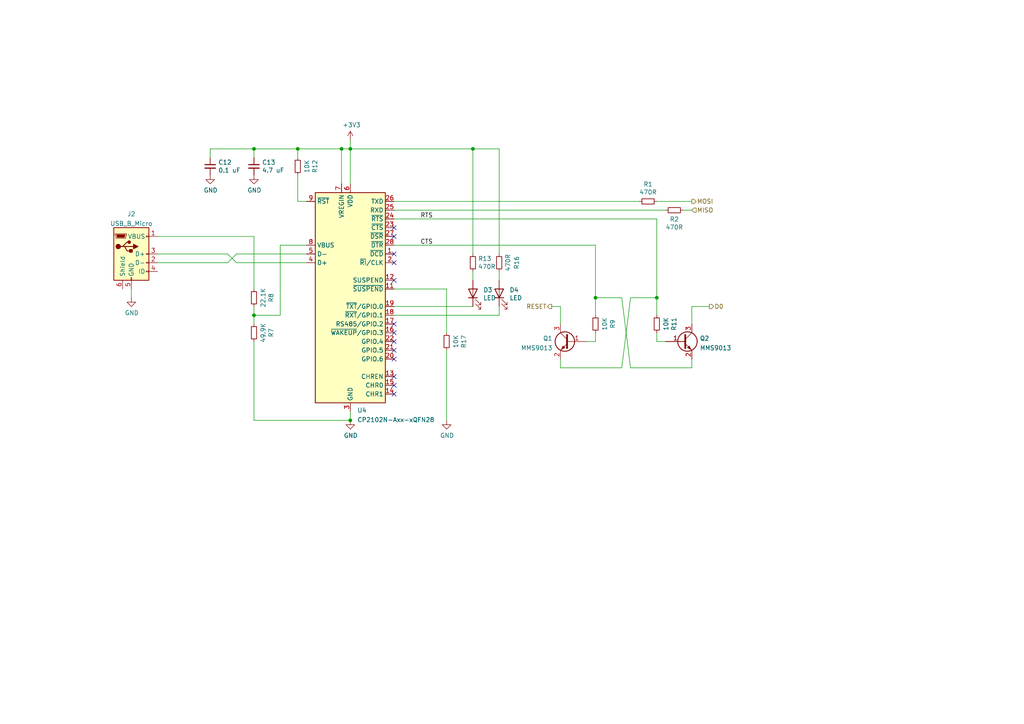
<source format=kicad_sch>
(kicad_sch (version 20211123) (generator eeschema)

  (uuid a4f181df-5a9d-4943-84cb-31df60bb171a)

  (paper "A4")

  (lib_symbols
    (symbol "Connector:USB_B_Micro" (pin_names (offset 1.016)) (in_bom yes) (on_board yes)
      (property "Reference" "J" (id 0) (at -5.08 11.43 0)
        (effects (font (size 1.27 1.27)) (justify left))
      )
      (property "Value" "USB_B_Micro" (id 1) (at -5.08 8.89 0)
        (effects (font (size 1.27 1.27)) (justify left))
      )
      (property "Footprint" "" (id 2) (at 3.81 -1.27 0)
        (effects (font (size 1.27 1.27)) hide)
      )
      (property "Datasheet" "~" (id 3) (at 3.81 -1.27 0)
        (effects (font (size 1.27 1.27)) hide)
      )
      (property "ki_keywords" "connector USB micro" (id 4) (at 0 0 0)
        (effects (font (size 1.27 1.27)) hide)
      )
      (property "ki_description" "USB Micro Type B connector" (id 5) (at 0 0 0)
        (effects (font (size 1.27 1.27)) hide)
      )
      (property "ki_fp_filters" "USB*" (id 6) (at 0 0 0)
        (effects (font (size 1.27 1.27)) hide)
      )
      (symbol "USB_B_Micro_0_1"
        (rectangle (start -5.08 -7.62) (end 5.08 7.62)
          (stroke (width 0.254) (type default) (color 0 0 0 0))
          (fill (type background))
        )
        (circle (center -3.81 2.159) (radius 0.635)
          (stroke (width 0.254) (type default) (color 0 0 0 0))
          (fill (type outline))
        )
        (circle (center -0.635 3.429) (radius 0.381)
          (stroke (width 0.254) (type default) (color 0 0 0 0))
          (fill (type outline))
        )
        (rectangle (start -0.127 -7.62) (end 0.127 -6.858)
          (stroke (width 0) (type default) (color 0 0 0 0))
          (fill (type none))
        )
        (polyline
          (pts
            (xy -1.905 2.159)
            (xy 0.635 2.159)
          )
          (stroke (width 0.254) (type default) (color 0 0 0 0))
          (fill (type none))
        )
        (polyline
          (pts
            (xy -3.175 2.159)
            (xy -2.54 2.159)
            (xy -1.27 3.429)
            (xy -0.635 3.429)
          )
          (stroke (width 0.254) (type default) (color 0 0 0 0))
          (fill (type none))
        )
        (polyline
          (pts
            (xy -2.54 2.159)
            (xy -1.905 2.159)
            (xy -1.27 0.889)
            (xy 0 0.889)
          )
          (stroke (width 0.254) (type default) (color 0 0 0 0))
          (fill (type none))
        )
        (polyline
          (pts
            (xy 0.635 2.794)
            (xy 0.635 1.524)
            (xy 1.905 2.159)
            (xy 0.635 2.794)
          )
          (stroke (width 0.254) (type default) (color 0 0 0 0))
          (fill (type outline))
        )
        (polyline
          (pts
            (xy -4.318 5.588)
            (xy -1.778 5.588)
            (xy -2.032 4.826)
            (xy -4.064 4.826)
            (xy -4.318 5.588)
          )
          (stroke (width 0) (type default) (color 0 0 0 0))
          (fill (type outline))
        )
        (polyline
          (pts
            (xy -4.699 5.842)
            (xy -4.699 5.588)
            (xy -4.445 4.826)
            (xy -4.445 4.572)
            (xy -1.651 4.572)
            (xy -1.651 4.826)
            (xy -1.397 5.588)
            (xy -1.397 5.842)
            (xy -4.699 5.842)
          )
          (stroke (width 0) (type default) (color 0 0 0 0))
          (fill (type none))
        )
        (rectangle (start 0.254 1.27) (end -0.508 0.508)
          (stroke (width 0.254) (type default) (color 0 0 0 0))
          (fill (type outline))
        )
        (rectangle (start 5.08 -5.207) (end 4.318 -4.953)
          (stroke (width 0) (type default) (color 0 0 0 0))
          (fill (type none))
        )
        (rectangle (start 5.08 -2.667) (end 4.318 -2.413)
          (stroke (width 0) (type default) (color 0 0 0 0))
          (fill (type none))
        )
        (rectangle (start 5.08 -0.127) (end 4.318 0.127)
          (stroke (width 0) (type default) (color 0 0 0 0))
          (fill (type none))
        )
        (rectangle (start 5.08 4.953) (end 4.318 5.207)
          (stroke (width 0) (type default) (color 0 0 0 0))
          (fill (type none))
        )
      )
      (symbol "USB_B_Micro_1_1"
        (pin power_out line (at 7.62 5.08 180) (length 2.54)
          (name "VBUS" (effects (font (size 1.27 1.27))))
          (number "1" (effects (font (size 1.27 1.27))))
        )
        (pin bidirectional line (at 7.62 -2.54 180) (length 2.54)
          (name "D-" (effects (font (size 1.27 1.27))))
          (number "2" (effects (font (size 1.27 1.27))))
        )
        (pin bidirectional line (at 7.62 0 180) (length 2.54)
          (name "D+" (effects (font (size 1.27 1.27))))
          (number "3" (effects (font (size 1.27 1.27))))
        )
        (pin passive line (at 7.62 -5.08 180) (length 2.54)
          (name "ID" (effects (font (size 1.27 1.27))))
          (number "4" (effects (font (size 1.27 1.27))))
        )
        (pin power_out line (at 0 -10.16 90) (length 2.54)
          (name "GND" (effects (font (size 1.27 1.27))))
          (number "5" (effects (font (size 1.27 1.27))))
        )
        (pin passive line (at -2.54 -10.16 90) (length 2.54)
          (name "Shield" (effects (font (size 1.27 1.27))))
          (number "6" (effects (font (size 1.27 1.27))))
        )
      )
    )
    (symbol "Device:C_Small" (pin_numbers hide) (pin_names (offset 0.254) hide) (in_bom yes) (on_board yes)
      (property "Reference" "C" (id 0) (at 0.254 1.778 0)
        (effects (font (size 1.27 1.27)) (justify left))
      )
      (property "Value" "C_Small" (id 1) (at 0.254 -2.032 0)
        (effects (font (size 1.27 1.27)) (justify left))
      )
      (property "Footprint" "" (id 2) (at 0 0 0)
        (effects (font (size 1.27 1.27)) hide)
      )
      (property "Datasheet" "~" (id 3) (at 0 0 0)
        (effects (font (size 1.27 1.27)) hide)
      )
      (property "ki_keywords" "capacitor cap" (id 4) (at 0 0 0)
        (effects (font (size 1.27 1.27)) hide)
      )
      (property "ki_description" "Unpolarized capacitor, small symbol" (id 5) (at 0 0 0)
        (effects (font (size 1.27 1.27)) hide)
      )
      (property "ki_fp_filters" "C_*" (id 6) (at 0 0 0)
        (effects (font (size 1.27 1.27)) hide)
      )
      (symbol "C_Small_0_1"
        (polyline
          (pts
            (xy -1.524 -0.508)
            (xy 1.524 -0.508)
          )
          (stroke (width 0.3302) (type default) (color 0 0 0 0))
          (fill (type none))
        )
        (polyline
          (pts
            (xy -1.524 0.508)
            (xy 1.524 0.508)
          )
          (stroke (width 0.3048) (type default) (color 0 0 0 0))
          (fill (type none))
        )
      )
      (symbol "C_Small_1_1"
        (pin passive line (at 0 2.54 270) (length 2.032)
          (name "~" (effects (font (size 1.27 1.27))))
          (number "1" (effects (font (size 1.27 1.27))))
        )
        (pin passive line (at 0 -2.54 90) (length 2.032)
          (name "~" (effects (font (size 1.27 1.27))))
          (number "2" (effects (font (size 1.27 1.27))))
        )
      )
    )
    (symbol "Device:LED" (pin_numbers hide) (pin_names (offset 1.016) hide) (in_bom yes) (on_board yes)
      (property "Reference" "D" (id 0) (at 0 2.54 0)
        (effects (font (size 1.27 1.27)))
      )
      (property "Value" "LED" (id 1) (at 0 -2.54 0)
        (effects (font (size 1.27 1.27)))
      )
      (property "Footprint" "" (id 2) (at 0 0 0)
        (effects (font (size 1.27 1.27)) hide)
      )
      (property "Datasheet" "~" (id 3) (at 0 0 0)
        (effects (font (size 1.27 1.27)) hide)
      )
      (property "ki_keywords" "LED diode" (id 4) (at 0 0 0)
        (effects (font (size 1.27 1.27)) hide)
      )
      (property "ki_description" "Light emitting diode" (id 5) (at 0 0 0)
        (effects (font (size 1.27 1.27)) hide)
      )
      (property "ki_fp_filters" "LED* LED_SMD:* LED_THT:*" (id 6) (at 0 0 0)
        (effects (font (size 1.27 1.27)) hide)
      )
      (symbol "LED_0_1"
        (polyline
          (pts
            (xy -1.27 -1.27)
            (xy -1.27 1.27)
          )
          (stroke (width 0.254) (type default) (color 0 0 0 0))
          (fill (type none))
        )
        (polyline
          (pts
            (xy -1.27 0)
            (xy 1.27 0)
          )
          (stroke (width 0) (type default) (color 0 0 0 0))
          (fill (type none))
        )
        (polyline
          (pts
            (xy 1.27 -1.27)
            (xy 1.27 1.27)
            (xy -1.27 0)
            (xy 1.27 -1.27)
          )
          (stroke (width 0.254) (type default) (color 0 0 0 0))
          (fill (type none))
        )
        (polyline
          (pts
            (xy -3.048 -0.762)
            (xy -4.572 -2.286)
            (xy -3.81 -2.286)
            (xy -4.572 -2.286)
            (xy -4.572 -1.524)
          )
          (stroke (width 0) (type default) (color 0 0 0 0))
          (fill (type none))
        )
        (polyline
          (pts
            (xy -1.778 -0.762)
            (xy -3.302 -2.286)
            (xy -2.54 -2.286)
            (xy -3.302 -2.286)
            (xy -3.302 -1.524)
          )
          (stroke (width 0) (type default) (color 0 0 0 0))
          (fill (type none))
        )
      )
      (symbol "LED_1_1"
        (pin passive line (at -3.81 0 0) (length 2.54)
          (name "K" (effects (font (size 1.27 1.27))))
          (number "1" (effects (font (size 1.27 1.27))))
        )
        (pin passive line (at 3.81 0 180) (length 2.54)
          (name "A" (effects (font (size 1.27 1.27))))
          (number "2" (effects (font (size 1.27 1.27))))
        )
      )
    )
    (symbol "Device:R_Small" (pin_numbers hide) (pin_names (offset 0.254) hide) (in_bom yes) (on_board yes)
      (property "Reference" "R" (id 0) (at 0.762 0.508 0)
        (effects (font (size 1.27 1.27)) (justify left))
      )
      (property "Value" "R_Small" (id 1) (at 0.762 -1.016 0)
        (effects (font (size 1.27 1.27)) (justify left))
      )
      (property "Footprint" "" (id 2) (at 0 0 0)
        (effects (font (size 1.27 1.27)) hide)
      )
      (property "Datasheet" "~" (id 3) (at 0 0 0)
        (effects (font (size 1.27 1.27)) hide)
      )
      (property "ki_keywords" "R resistor" (id 4) (at 0 0 0)
        (effects (font (size 1.27 1.27)) hide)
      )
      (property "ki_description" "Resistor, small symbol" (id 5) (at 0 0 0)
        (effects (font (size 1.27 1.27)) hide)
      )
      (property "ki_fp_filters" "R_*" (id 6) (at 0 0 0)
        (effects (font (size 1.27 1.27)) hide)
      )
      (symbol "R_Small_0_1"
        (rectangle (start -0.762 1.778) (end 0.762 -1.778)
          (stroke (width 0.2032) (type default) (color 0 0 0 0))
          (fill (type none))
        )
      )
      (symbol "R_Small_1_1"
        (pin passive line (at 0 2.54 270) (length 0.762)
          (name "~" (effects (font (size 1.27 1.27))))
          (number "1" (effects (font (size 1.27 1.27))))
        )
        (pin passive line (at 0 -2.54 90) (length 0.762)
          (name "~" (effects (font (size 1.27 1.27))))
          (number "2" (effects (font (size 1.27 1.27))))
        )
      )
    )
    (symbol "Interface_USB:CP2102N-Axx-xQFN28" (in_bom yes) (on_board yes)
      (property "Reference" "U" (id 0) (at -8.89 31.75 0)
        (effects (font (size 1.27 1.27)))
      )
      (property "Value" "CP2102N-Axx-xQFN28" (id 1) (at 12.7 31.75 0)
        (effects (font (size 1.27 1.27)))
      )
      (property "Footprint" "Package_DFN_QFN:QFN-28-1EP_5x5mm_P0.5mm_EP3.35x3.35mm" (id 2) (at 33.02 -31.75 0)
        (effects (font (size 1.27 1.27)) hide)
      )
      (property "Datasheet" "https://www.silabs.com/documents/public/data-sheets/cp2102n-datasheet.pdf" (id 3) (at 1.27 -19.05 0)
        (effects (font (size 1.27 1.27)) hide)
      )
      (property "ki_keywords" "USB UART bridge" (id 4) (at 0 0 0)
        (effects (font (size 1.27 1.27)) hide)
      )
      (property "ki_description" "USB to UART master bridge, QFN-28" (id 5) (at 0 0 0)
        (effects (font (size 1.27 1.27)) hide)
      )
      (property "ki_fp_filters" "QFN*1EP*5x5mm*P0.5mm*" (id 6) (at 0 0 0)
        (effects (font (size 1.27 1.27)) hide)
      )
      (symbol "CP2102N-Axx-xQFN28_0_1"
        (rectangle (start -10.16 30.48) (end 10.16 -30.48)
          (stroke (width 0.254) (type default) (color 0 0 0 0))
          (fill (type background))
        )
      )
      (symbol "CP2102N-Axx-xQFN28_1_1"
        (pin input line (at 12.7 12.7 180) (length 2.54)
          (name "~{DCD}" (effects (font (size 1.27 1.27))))
          (number "1" (effects (font (size 1.27 1.27))))
        )
        (pin no_connect line (at -10.16 -27.94 0) (length 2.54) hide
          (name "NC" (effects (font (size 1.27 1.27))))
          (number "10" (effects (font (size 1.27 1.27))))
        )
        (pin output line (at 12.7 2.54 180) (length 2.54)
          (name "~{SUSPEND}" (effects (font (size 1.27 1.27))))
          (number "11" (effects (font (size 1.27 1.27))))
        )
        (pin output line (at 12.7 5.08 180) (length 2.54)
          (name "SUSPEND" (effects (font (size 1.27 1.27))))
          (number "12" (effects (font (size 1.27 1.27))))
        )
        (pin output line (at 12.7 -22.86 180) (length 2.54)
          (name "CHREN" (effects (font (size 1.27 1.27))))
          (number "13" (effects (font (size 1.27 1.27))))
        )
        (pin output line (at 12.7 -27.94 180) (length 2.54)
          (name "CHR1" (effects (font (size 1.27 1.27))))
          (number "14" (effects (font (size 1.27 1.27))))
        )
        (pin output line (at 12.7 -25.4 180) (length 2.54)
          (name "CHR0" (effects (font (size 1.27 1.27))))
          (number "15" (effects (font (size 1.27 1.27))))
        )
        (pin bidirectional line (at 12.7 -10.16 180) (length 2.54)
          (name "~{WAKEUP}/GPIO.3" (effects (font (size 1.27 1.27))))
          (number "16" (effects (font (size 1.27 1.27))))
        )
        (pin bidirectional line (at 12.7 -7.62 180) (length 2.54)
          (name "RS485/GPIO.2" (effects (font (size 1.27 1.27))))
          (number "17" (effects (font (size 1.27 1.27))))
        )
        (pin bidirectional line (at 12.7 -5.08 180) (length 2.54)
          (name "~{RXT}/GPIO.1" (effects (font (size 1.27 1.27))))
          (number "18" (effects (font (size 1.27 1.27))))
        )
        (pin bidirectional line (at 12.7 -2.54 180) (length 2.54)
          (name "~{TXT}/GPIO.0" (effects (font (size 1.27 1.27))))
          (number "19" (effects (font (size 1.27 1.27))))
        )
        (pin bidirectional line (at 12.7 10.16 180) (length 2.54)
          (name "~{RI}/CLK" (effects (font (size 1.27 1.27))))
          (number "2" (effects (font (size 1.27 1.27))))
        )
        (pin bidirectional line (at 12.7 -17.78 180) (length 2.54)
          (name "GPIO.6" (effects (font (size 1.27 1.27))))
          (number "20" (effects (font (size 1.27 1.27))))
        )
        (pin bidirectional line (at 12.7 -15.24 180) (length 2.54)
          (name "GPIO.5" (effects (font (size 1.27 1.27))))
          (number "21" (effects (font (size 1.27 1.27))))
        )
        (pin bidirectional line (at 12.7 -12.7 180) (length 2.54)
          (name "GPIO.4" (effects (font (size 1.27 1.27))))
          (number "22" (effects (font (size 1.27 1.27))))
        )
        (pin input line (at 12.7 20.32 180) (length 2.54)
          (name "~{CTS}" (effects (font (size 1.27 1.27))))
          (number "23" (effects (font (size 1.27 1.27))))
        )
        (pin output line (at 12.7 22.86 180) (length 2.54)
          (name "~{RTS}" (effects (font (size 1.27 1.27))))
          (number "24" (effects (font (size 1.27 1.27))))
        )
        (pin input line (at 12.7 25.4 180) (length 2.54)
          (name "RXD" (effects (font (size 1.27 1.27))))
          (number "25" (effects (font (size 1.27 1.27))))
        )
        (pin output line (at 12.7 27.94 180) (length 2.54)
          (name "TXD" (effects (font (size 1.27 1.27))))
          (number "26" (effects (font (size 1.27 1.27))))
        )
        (pin input line (at 12.7 17.78 180) (length 2.54)
          (name "~{DSR}" (effects (font (size 1.27 1.27))))
          (number "27" (effects (font (size 1.27 1.27))))
        )
        (pin output line (at 12.7 15.24 180) (length 2.54)
          (name "~{DTR}" (effects (font (size 1.27 1.27))))
          (number "28" (effects (font (size 1.27 1.27))))
        )
        (pin passive line (at 0 -33.02 90) (length 2.54) hide
          (name "GND" (effects (font (size 1.27 1.27))))
          (number "29" (effects (font (size 1.27 1.27))))
        )
        (pin power_in line (at 0 -33.02 90) (length 2.54)
          (name "GND" (effects (font (size 1.27 1.27))))
          (number "3" (effects (font (size 1.27 1.27))))
        )
        (pin bidirectional line (at -12.7 10.16 0) (length 2.54)
          (name "D+" (effects (font (size 1.27 1.27))))
          (number "4" (effects (font (size 1.27 1.27))))
        )
        (pin bidirectional line (at -12.7 12.7 0) (length 2.54)
          (name "D-" (effects (font (size 1.27 1.27))))
          (number "5" (effects (font (size 1.27 1.27))))
        )
        (pin power_in line (at 0 33.02 270) (length 2.54)
          (name "VDD" (effects (font (size 1.27 1.27))))
          (number "6" (effects (font (size 1.27 1.27))))
        )
        (pin power_in line (at -2.54 33.02 270) (length 2.54)
          (name "VREGIN" (effects (font (size 1.27 1.27))))
          (number "7" (effects (font (size 1.27 1.27))))
        )
        (pin input line (at -12.7 15.24 0) (length 2.54)
          (name "VBUS" (effects (font (size 1.27 1.27))))
          (number "8" (effects (font (size 1.27 1.27))))
        )
        (pin input line (at -12.7 27.94 0) (length 2.54)
          (name "~{RST}" (effects (font (size 1.27 1.27))))
          (number "9" (effects (font (size 1.27 1.27))))
        )
      )
    )
    (symbol "Transistor_BJT:BC846" (pin_names (offset 0) hide) (in_bom yes) (on_board yes)
      (property "Reference" "Q" (id 0) (at 5.08 1.905 0)
        (effects (font (size 1.27 1.27)) (justify left))
      )
      (property "Value" "BC846" (id 1) (at 5.08 0 0)
        (effects (font (size 1.27 1.27)) (justify left))
      )
      (property "Footprint" "Package_TO_SOT_SMD:SOT-23" (id 2) (at 5.08 -1.905 0)
        (effects (font (size 1.27 1.27) italic) (justify left) hide)
      )
      (property "Datasheet" "https://assets.nexperia.com/documents/data-sheet/BC846_SER.pdf" (id 3) (at 0 0 0)
        (effects (font (size 1.27 1.27)) (justify left) hide)
      )
      (property "ki_keywords" "NPN Transistor" (id 4) (at 0 0 0)
        (effects (font (size 1.27 1.27)) hide)
      )
      (property "ki_description" "0.1A Ic, 65V Vce, NPN Transistor, SOT-23" (id 5) (at 0 0 0)
        (effects (font (size 1.27 1.27)) hide)
      )
      (property "ki_fp_filters" "SOT?23*" (id 6) (at 0 0 0)
        (effects (font (size 1.27 1.27)) hide)
      )
      (symbol "BC846_0_1"
        (polyline
          (pts
            (xy 0.635 0.635)
            (xy 2.54 2.54)
          )
          (stroke (width 0) (type default) (color 0 0 0 0))
          (fill (type none))
        )
        (polyline
          (pts
            (xy 0.635 -0.635)
            (xy 2.54 -2.54)
            (xy 2.54 -2.54)
          )
          (stroke (width 0) (type default) (color 0 0 0 0))
          (fill (type none))
        )
        (polyline
          (pts
            (xy 0.635 1.905)
            (xy 0.635 -1.905)
            (xy 0.635 -1.905)
          )
          (stroke (width 0.508) (type default) (color 0 0 0 0))
          (fill (type none))
        )
        (polyline
          (pts
            (xy 1.27 -1.778)
            (xy 1.778 -1.27)
            (xy 2.286 -2.286)
            (xy 1.27 -1.778)
            (xy 1.27 -1.778)
          )
          (stroke (width 0) (type default) (color 0 0 0 0))
          (fill (type outline))
        )
        (circle (center 1.27 0) (radius 2.8194)
          (stroke (width 0.254) (type default) (color 0 0 0 0))
          (fill (type none))
        )
      )
      (symbol "BC846_1_1"
        (pin input line (at -5.08 0 0) (length 5.715)
          (name "B" (effects (font (size 1.27 1.27))))
          (number "1" (effects (font (size 1.27 1.27))))
        )
        (pin passive line (at 2.54 -5.08 90) (length 2.54)
          (name "E" (effects (font (size 1.27 1.27))))
          (number "2" (effects (font (size 1.27 1.27))))
        )
        (pin passive line (at 2.54 5.08 270) (length 2.54)
          (name "C" (effects (font (size 1.27 1.27))))
          (number "3" (effects (font (size 1.27 1.27))))
        )
      )
    )
    (symbol "power:+3V3" (power) (pin_names (offset 0)) (in_bom yes) (on_board yes)
      (property "Reference" "#PWR" (id 0) (at 0 -3.81 0)
        (effects (font (size 1.27 1.27)) hide)
      )
      (property "Value" "+3V3" (id 1) (at 0 3.556 0)
        (effects (font (size 1.27 1.27)))
      )
      (property "Footprint" "" (id 2) (at 0 0 0)
        (effects (font (size 1.27 1.27)) hide)
      )
      (property "Datasheet" "" (id 3) (at 0 0 0)
        (effects (font (size 1.27 1.27)) hide)
      )
      (property "ki_keywords" "power-flag" (id 4) (at 0 0 0)
        (effects (font (size 1.27 1.27)) hide)
      )
      (property "ki_description" "Power symbol creates a global label with name \"+3V3\"" (id 5) (at 0 0 0)
        (effects (font (size 1.27 1.27)) hide)
      )
      (symbol "+3V3_0_1"
        (polyline
          (pts
            (xy -0.762 1.27)
            (xy 0 2.54)
          )
          (stroke (width 0) (type default) (color 0 0 0 0))
          (fill (type none))
        )
        (polyline
          (pts
            (xy 0 0)
            (xy 0 2.54)
          )
          (stroke (width 0) (type default) (color 0 0 0 0))
          (fill (type none))
        )
        (polyline
          (pts
            (xy 0 2.54)
            (xy 0.762 1.27)
          )
          (stroke (width 0) (type default) (color 0 0 0 0))
          (fill (type none))
        )
      )
      (symbol "+3V3_1_1"
        (pin power_in line (at 0 0 90) (length 0) hide
          (name "+3V3" (effects (font (size 1.27 1.27))))
          (number "1" (effects (font (size 1.27 1.27))))
        )
      )
    )
    (symbol "power:GND" (power) (pin_names (offset 0)) (in_bom yes) (on_board yes)
      (property "Reference" "#PWR" (id 0) (at 0 -6.35 0)
        (effects (font (size 1.27 1.27)) hide)
      )
      (property "Value" "GND" (id 1) (at 0 -3.81 0)
        (effects (font (size 1.27 1.27)))
      )
      (property "Footprint" "" (id 2) (at 0 0 0)
        (effects (font (size 1.27 1.27)) hide)
      )
      (property "Datasheet" "" (id 3) (at 0 0 0)
        (effects (font (size 1.27 1.27)) hide)
      )
      (property "ki_keywords" "power-flag" (id 4) (at 0 0 0)
        (effects (font (size 1.27 1.27)) hide)
      )
      (property "ki_description" "Power symbol creates a global label with name \"GND\" , ground" (id 5) (at 0 0 0)
        (effects (font (size 1.27 1.27)) hide)
      )
      (symbol "GND_0_1"
        (polyline
          (pts
            (xy 0 0)
            (xy 0 -1.27)
            (xy 1.27 -1.27)
            (xy 0 -2.54)
            (xy -1.27 -1.27)
            (xy 0 -1.27)
          )
          (stroke (width 0) (type default) (color 0 0 0 0))
          (fill (type none))
        )
      )
      (symbol "GND_1_1"
        (pin power_in line (at 0 0 270) (length 0) hide
          (name "GND" (effects (font (size 1.27 1.27))))
          (number "1" (effects (font (size 1.27 1.27))))
        )
      )
    )
  )

  (junction (at 172.72 86.36) (diameter 0) (color 0 0 0 0)
    (uuid 09d82ef6-f1ff-411b-bb09-38c30e63f869)
  )
  (junction (at 73.66 43.18) (diameter 0) (color 0 0 0 0)
    (uuid 0b0e9951-a94e-4a0b-be8c-e3bd5d5be665)
  )
  (junction (at 73.66 91.44) (diameter 0) (color 0 0 0 0)
    (uuid 47b9e068-7161-45c9-aa41-ce4dbb48d393)
  )
  (junction (at 101.6 43.18) (diameter 0) (color 0 0 0 0)
    (uuid 65b62c8a-6f49-4dec-9cdb-c9e6a7783170)
  )
  (junction (at 101.6 121.92) (diameter 0) (color 0 0 0 0)
    (uuid 66d6735b-7367-420f-8e65-19f4d1c20285)
  )
  (junction (at 190.5 86.36) (diameter 0) (color 0 0 0 0)
    (uuid 765d90f8-e754-4431-990b-c8fc499a89bd)
  )
  (junction (at 99.06 43.18) (diameter 0) (color 0 0 0 0)
    (uuid 820ef026-2074-4053-8591-99cf3cfcd49e)
  )
  (junction (at 86.36 43.18) (diameter 0) (color 0 0 0 0)
    (uuid 9d83a653-6bac-4709-85c6-211416203bd1)
  )
  (junction (at 137.16 43.18) (diameter 0) (color 0 0 0 0)
    (uuid abcb1c7c-b6bd-42e3-9eb4-0c1d3d4f3d60)
  )

  (no_connect (at 114.3 99.06) (uuid e5119d4c-3e7b-4dc5-baea-069359d74799))
  (no_connect (at 114.3 96.52) (uuid e5119d4c-3e7b-4dc5-baea-069359d7479a))
  (no_connect (at 114.3 93.98) (uuid e5119d4c-3e7b-4dc5-baea-069359d7479b))
  (no_connect (at 114.3 114.3) (uuid e5119d4c-3e7b-4dc5-baea-069359d7479c))
  (no_connect (at 114.3 111.76) (uuid e5119d4c-3e7b-4dc5-baea-069359d7479d))
  (no_connect (at 114.3 109.22) (uuid e5119d4c-3e7b-4dc5-baea-069359d7479e))
  (no_connect (at 114.3 104.14) (uuid e5119d4c-3e7b-4dc5-baea-069359d7479f))
  (no_connect (at 114.3 101.6) (uuid e5119d4c-3e7b-4dc5-baea-069359d747a0))
  (no_connect (at 114.3 81.28) (uuid e5119d4c-3e7b-4dc5-baea-069359d747a1))
  (no_connect (at 114.3 76.2) (uuid e5119d4c-3e7b-4dc5-baea-069359d747a2))
  (no_connect (at 114.3 73.66) (uuid e5119d4c-3e7b-4dc5-baea-069359d747a3))
  (no_connect (at 114.3 68.58) (uuid e5119d4c-3e7b-4dc5-baea-069359d747a4))
  (no_connect (at 114.3 66.04) (uuid e5119d4c-3e7b-4dc5-baea-069359d747a5))

  (wire (pts (xy 68.58 73.66) (xy 88.9 73.66))
    (stroke (width 0) (type default) (color 0 0 0 0))
    (uuid 01f3679c-129b-4fae-925a-b40e329d6cbc)
  )
  (wire (pts (xy 88.9 71.12) (xy 81.28 71.12))
    (stroke (width 0) (type default) (color 0 0 0 0))
    (uuid 0242ad76-c7ff-4bf5-89c7-45506ce078be)
  )
  (wire (pts (xy 180.34 106.68) (xy 182.88 86.36))
    (stroke (width 0) (type default) (color 0 0 0 0))
    (uuid 0325f7ef-e104-45c5-b50f-d348affce13f)
  )
  (wire (pts (xy 68.58 76.2) (xy 66.04 73.66))
    (stroke (width 0) (type default) (color 0 0 0 0))
    (uuid 08e2a5bf-6a9b-454f-a8f2-3aaaedceb7cb)
  )
  (wire (pts (xy 86.36 45.72) (xy 86.36 43.18))
    (stroke (width 0) (type default) (color 0 0 0 0))
    (uuid 0940a179-38c9-4ef8-87bf-15e0e5ec9df5)
  )
  (wire (pts (xy 88.9 76.2) (xy 68.58 76.2))
    (stroke (width 0) (type default) (color 0 0 0 0))
    (uuid 09fdf52b-dd62-438c-b20d-e4fbfd1a4b30)
  )
  (wire (pts (xy 162.56 104.14) (xy 162.56 106.68))
    (stroke (width 0) (type default) (color 0 0 0 0))
    (uuid 0e0bd9a5-ec1e-4a7a-a38b-7ba39a2aa592)
  )
  (wire (pts (xy 73.66 121.92) (xy 101.6 121.92))
    (stroke (width 0) (type default) (color 0 0 0 0))
    (uuid 12748ba6-f2bc-457f-9c71-42dcf4efa33a)
  )
  (wire (pts (xy 190.5 58.42) (xy 200.66 58.42))
    (stroke (width 0) (type default) (color 0 0 0 0))
    (uuid 160afcac-17a8-49ad-a81f-c1195bc262a3)
  )
  (wire (pts (xy 88.9 58.42) (xy 86.36 58.42))
    (stroke (width 0) (type default) (color 0 0 0 0))
    (uuid 1b3cc474-c9b0-4123-846d-1ffdff250f50)
  )
  (wire (pts (xy 114.3 60.96) (xy 193.04 60.96))
    (stroke (width 0) (type default) (color 0 0 0 0))
    (uuid 270b3185-ac4e-4192-ba1e-4928f3ca5f2f)
  )
  (wire (pts (xy 198.12 60.96) (xy 200.66 60.96))
    (stroke (width 0) (type default) (color 0 0 0 0))
    (uuid 2d002433-26ee-40c1-8616-c205611580f2)
  )
  (wire (pts (xy 205.74 88.9) (xy 200.66 88.9))
    (stroke (width 0) (type default) (color 0 0 0 0))
    (uuid 2ec5fca3-ee54-448b-972c-a0da04c926eb)
  )
  (wire (pts (xy 45.72 76.2) (xy 66.04 76.2))
    (stroke (width 0) (type default) (color 0 0 0 0))
    (uuid 2f26cf3b-79f6-4a0b-9c2c-c8cd279eeabb)
  )
  (wire (pts (xy 172.72 71.12) (xy 172.72 86.36))
    (stroke (width 0) (type default) (color 0 0 0 0))
    (uuid 3a1ad3e0-3eeb-418e-8212-92852ce1aa8d)
  )
  (wire (pts (xy 66.04 76.2) (xy 68.58 73.66))
    (stroke (width 0) (type default) (color 0 0 0 0))
    (uuid 4328c0d6-56ac-42be-88aa-d4b94e56c14f)
  )
  (wire (pts (xy 190.5 86.36) (xy 190.5 91.44))
    (stroke (width 0) (type default) (color 0 0 0 0))
    (uuid 463d6f5a-5458-4f33-9e60-2401ec69fce1)
  )
  (wire (pts (xy 99.06 43.18) (xy 101.6 43.18))
    (stroke (width 0) (type default) (color 0 0 0 0))
    (uuid 4a1f8b29-13b5-47c7-a438-d30a33b2c9b5)
  )
  (wire (pts (xy 114.3 88.9) (xy 137.16 88.9))
    (stroke (width 0) (type default) (color 0 0 0 0))
    (uuid 4b47ca8c-f770-4816-a8c1-c01038b42980)
  )
  (wire (pts (xy 144.78 81.28) (xy 144.78 78.74))
    (stroke (width 0) (type default) (color 0 0 0 0))
    (uuid 4c3584bd-ed2f-4a07-b285-59334e68b5ff)
  )
  (wire (pts (xy 193.04 99.06) (xy 190.5 99.06))
    (stroke (width 0) (type default) (color 0 0 0 0))
    (uuid 4cea0ba1-3b8f-4839-a3c9-f106d70a853b)
  )
  (wire (pts (xy 180.34 86.36) (xy 172.72 86.36))
    (stroke (width 0) (type default) (color 0 0 0 0))
    (uuid 51709ebb-1e18-45b5-af0b-2ea2dbf53d64)
  )
  (wire (pts (xy 190.5 63.5) (xy 190.5 86.36))
    (stroke (width 0) (type default) (color 0 0 0 0))
    (uuid 54888172-5a78-443e-8a98-3dc941c220f5)
  )
  (wire (pts (xy 129.54 96.52) (xy 129.54 83.82))
    (stroke (width 0) (type default) (color 0 0 0 0))
    (uuid 5554b067-9c92-4843-a466-2cbc1e7552cf)
  )
  (wire (pts (xy 101.6 43.18) (xy 101.6 53.34))
    (stroke (width 0) (type default) (color 0 0 0 0))
    (uuid 596ce339-0675-4387-972f-4c1d6c8de6d8)
  )
  (wire (pts (xy 190.5 99.06) (xy 190.5 96.52))
    (stroke (width 0) (type default) (color 0 0 0 0))
    (uuid 61f3d36b-c7ef-4daa-bb1d-5a3f056499e0)
  )
  (wire (pts (xy 170.18 99.06) (xy 172.72 99.06))
    (stroke (width 0) (type default) (color 0 0 0 0))
    (uuid 6382e7f3-33b4-4f74-b576-ae71b84df5b3)
  )
  (wire (pts (xy 73.66 43.18) (xy 86.36 43.18))
    (stroke (width 0) (type default) (color 0 0 0 0))
    (uuid 677e535e-8b4f-4fdb-bb3e-a5c2bb4d7dc9)
  )
  (wire (pts (xy 200.66 88.9) (xy 200.66 93.98))
    (stroke (width 0) (type default) (color 0 0 0 0))
    (uuid 6aff11ef-bfbb-4a35-afe1-fa75b26e19fb)
  )
  (wire (pts (xy 73.66 91.44) (xy 73.66 93.98))
    (stroke (width 0) (type default) (color 0 0 0 0))
    (uuid 7309462f-e215-4b1e-9868-67ec4db2dcde)
  )
  (wire (pts (xy 86.36 58.42) (xy 86.36 50.8))
    (stroke (width 0) (type default) (color 0 0 0 0))
    (uuid 75f057eb-e376-48be-9f63-f4c9b8690e33)
  )
  (wire (pts (xy 144.78 91.44) (xy 144.78 88.9))
    (stroke (width 0) (type default) (color 0 0 0 0))
    (uuid 7c98b4ab-0af9-4ccd-960f-f0fdd077178e)
  )
  (wire (pts (xy 182.88 106.68) (xy 200.66 106.68))
    (stroke (width 0) (type default) (color 0 0 0 0))
    (uuid 8615e1f6-d107-4044-be3a-32b21ac74407)
  )
  (wire (pts (xy 66.04 73.66) (xy 45.72 73.66))
    (stroke (width 0) (type default) (color 0 0 0 0))
    (uuid 8890f802-04b5-4369-b7bb-d988b882d9a3)
  )
  (wire (pts (xy 114.3 63.5) (xy 190.5 63.5))
    (stroke (width 0) (type default) (color 0 0 0 0))
    (uuid 8deb0d5c-b357-4074-aae9-82e270c2ecc2)
  )
  (wire (pts (xy 101.6 43.18) (xy 137.16 43.18))
    (stroke (width 0) (type default) (color 0 0 0 0))
    (uuid 96c6cfac-73ee-4e1a-a746-686c54a099bf)
  )
  (wire (pts (xy 101.6 119.38) (xy 101.6 121.92))
    (stroke (width 0) (type default) (color 0 0 0 0))
    (uuid 96fd8ea4-3712-48dd-8c34-ae7fd4fe1eec)
  )
  (wire (pts (xy 114.3 91.44) (xy 144.78 91.44))
    (stroke (width 0) (type default) (color 0 0 0 0))
    (uuid 970515d7-c0cf-47e2-a026-8bb86b804b77)
  )
  (wire (pts (xy 60.96 43.18) (xy 73.66 43.18))
    (stroke (width 0) (type default) (color 0 0 0 0))
    (uuid 9bf378b7-093c-4b91-ae22-26e8918f20d7)
  )
  (wire (pts (xy 129.54 83.82) (xy 114.3 83.82))
    (stroke (width 0) (type default) (color 0 0 0 0))
    (uuid 9ebcaed3-9a93-4636-8d73-6cd5a7a15d19)
  )
  (wire (pts (xy 162.56 88.9) (xy 162.56 93.98))
    (stroke (width 0) (type default) (color 0 0 0 0))
    (uuid a22108b8-6523-4ef7-8799-2dc7fe952d3c)
  )
  (wire (pts (xy 81.28 91.44) (xy 73.66 91.44))
    (stroke (width 0) (type default) (color 0 0 0 0))
    (uuid a8f464c7-48d7-4172-a844-ef628df3290f)
  )
  (wire (pts (xy 38.1 83.82) (xy 38.1 86.36))
    (stroke (width 0) (type default) (color 0 0 0 0))
    (uuid aa8d2a02-107e-41d4-903d-e9da622a29b3)
  )
  (wire (pts (xy 86.36 43.18) (xy 99.06 43.18))
    (stroke (width 0) (type default) (color 0 0 0 0))
    (uuid aebee756-a67d-4b6d-8f3a-3b103434e0e0)
  )
  (wire (pts (xy 162.56 106.68) (xy 180.34 106.68))
    (stroke (width 0) (type default) (color 0 0 0 0))
    (uuid b375735f-5119-4280-9938-1de9459e157b)
  )
  (wire (pts (xy 114.3 71.12) (xy 172.72 71.12))
    (stroke (width 0) (type default) (color 0 0 0 0))
    (uuid b47ab052-1a75-4381-a300-fd93d919f5a8)
  )
  (wire (pts (xy 73.66 45.72) (xy 73.66 43.18))
    (stroke (width 0) (type default) (color 0 0 0 0))
    (uuid b4f85bf9-7797-4752-a339-89feab270693)
  )
  (wire (pts (xy 114.3 58.42) (xy 185.42 58.42))
    (stroke (width 0) (type default) (color 0 0 0 0))
    (uuid b76eb808-0165-41ce-b0a9-1fe05960e031)
  )
  (wire (pts (xy 129.54 121.92) (xy 129.54 101.6))
    (stroke (width 0) (type default) (color 0 0 0 0))
    (uuid b8c100c0-3afc-4d0b-9933-ee3e9633c794)
  )
  (wire (pts (xy 144.78 73.66) (xy 144.78 43.18))
    (stroke (width 0) (type default) (color 0 0 0 0))
    (uuid b9412179-24f1-422d-ad05-ab3ded8b0a53)
  )
  (wire (pts (xy 160.02 88.9) (xy 162.56 88.9))
    (stroke (width 0) (type default) (color 0 0 0 0))
    (uuid c32f388a-a421-4488-bd9c-57a57cf0f421)
  )
  (wire (pts (xy 200.66 104.14) (xy 200.66 106.68))
    (stroke (width 0) (type default) (color 0 0 0 0))
    (uuid c4297cc6-611b-4239-9f91-89dfb902663a)
  )
  (wire (pts (xy 73.66 68.58) (xy 45.72 68.58))
    (stroke (width 0) (type default) (color 0 0 0 0))
    (uuid c47dcd6d-bc2c-4bdb-b71e-7186e95ea021)
  )
  (wire (pts (xy 144.78 43.18) (xy 137.16 43.18))
    (stroke (width 0) (type default) (color 0 0 0 0))
    (uuid c8f04017-a003-481b-b7d6-a80f84341d81)
  )
  (wire (pts (xy 99.06 53.34) (xy 99.06 43.18))
    (stroke (width 0) (type default) (color 0 0 0 0))
    (uuid cf9fcb52-b6da-440c-9b4d-ae3fd7744c1a)
  )
  (wire (pts (xy 81.28 71.12) (xy 81.28 91.44))
    (stroke (width 0) (type default) (color 0 0 0 0))
    (uuid d27beecd-3bdf-4ee4-b78e-e4097b5b3713)
  )
  (wire (pts (xy 101.6 40.64) (xy 101.6 43.18))
    (stroke (width 0) (type default) (color 0 0 0 0))
    (uuid d98d5048-9265-40f6-b544-6f4e723cf15b)
  )
  (wire (pts (xy 73.66 83.82) (xy 73.66 68.58))
    (stroke (width 0) (type default) (color 0 0 0 0))
    (uuid d9cd4901-3cdf-45f0-a468-19df545905ac)
  )
  (wire (pts (xy 172.72 99.06) (xy 172.72 96.52))
    (stroke (width 0) (type default) (color 0 0 0 0))
    (uuid e1a456c7-8ee8-4645-bfdf-3fd744a76950)
  )
  (wire (pts (xy 182.88 86.36) (xy 190.5 86.36))
    (stroke (width 0) (type default) (color 0 0 0 0))
    (uuid e2f8a491-4512-45f5-9238-e9107d705744)
  )
  (wire (pts (xy 172.72 86.36) (xy 172.72 91.44))
    (stroke (width 0) (type default) (color 0 0 0 0))
    (uuid e330a1db-c797-4da6-8b5d-28e0ee02a7fe)
  )
  (wire (pts (xy 73.66 99.06) (xy 73.66 121.92))
    (stroke (width 0) (type default) (color 0 0 0 0))
    (uuid eb9fb208-a46a-4563-b5ae-8ca347fe4f7c)
  )
  (wire (pts (xy 60.96 45.72) (xy 60.96 43.18))
    (stroke (width 0) (type default) (color 0 0 0 0))
    (uuid f1978b76-52cc-4e13-9f15-463ebabb90c4)
  )
  (wire (pts (xy 73.66 91.44) (xy 73.66 88.9))
    (stroke (width 0) (type default) (color 0 0 0 0))
    (uuid f602e820-514f-4d85-8d61-9c232d4b66d6)
  )
  (wire (pts (xy 182.88 106.68) (xy 180.34 86.36))
    (stroke (width 0) (type default) (color 0 0 0 0))
    (uuid fa67dcbd-1019-4271-ad6b-cf1385205efa)
  )
  (wire (pts (xy 137.16 78.74) (xy 137.16 81.28))
    (stroke (width 0) (type default) (color 0 0 0 0))
    (uuid fab3db91-b97e-44e3-a6f7-7b1baccbd846)
  )
  (wire (pts (xy 137.16 43.18) (xy 137.16 73.66))
    (stroke (width 0) (type default) (color 0 0 0 0))
    (uuid fb6dd1d2-7d34-46a6-87cd-df8e3cb6d3ae)
  )

  (label "CTS" (at 121.92 71.12 0)
    (effects (font (size 1.27 1.27)) (justify left bottom))
    (uuid 33ef85b0-8ab9-4c3f-9bbc-5ff5ed8276d7)
  )
  (label "RTS" (at 121.92 63.5 0)
    (effects (font (size 1.27 1.27)) (justify left bottom))
    (uuid 5c9b1681-ebcc-4306-a420-726592749307)
  )

  (hierarchical_label "D0" (shape output) (at 205.74 88.9 0)
    (effects (font (size 1.27 1.27)) (justify left))
    (uuid 3708a3c1-34f9-4c91-8073-fdcf47959b06)
  )
  (hierarchical_label "MOSI" (shape output) (at 200.66 58.42 0)
    (effects (font (size 1.27 1.27)) (justify left))
    (uuid 84eabc9a-c71b-4261-84c3-42607ec6034d)
  )
  (hierarchical_label "RESET" (shape output) (at 160.02 88.9 180)
    (effects (font (size 1.27 1.27)) (justify right))
    (uuid 95f51d5e-c658-4fdb-ac3e-ba3c0897e0eb)
  )
  (hierarchical_label "MISO" (shape input) (at 200.66 60.96 0)
    (effects (font (size 1.27 1.27)) (justify left))
    (uuid d36681e3-c245-411b-97e9-555b5bf40a11)
  )

  (symbol (lib_id "Device:R_Small") (at 129.54 99.06 180) (unit 1)
    (in_bom yes) (on_board yes)
    (uuid 0028b849-7351-4fb9-81f8-ba573bbf76ac)
    (property "Reference" "R17" (id 0) (at 134.5184 99.06 90))
    (property "Value" "10K" (id 1) (at 132.207 99.06 90))
    (property "Footprint" "Resistor_SMD:R_0603_1608Metric" (id 2) (at 129.54 99.06 0)
      (effects (font (size 1.27 1.27)) hide)
    )
    (property "Datasheet" "~" (id 3) (at 129.54 99.06 0)
      (effects (font (size 1.27 1.27)) hide)
    )
    (property "LCSC" "C25804" (id 4) (at 134.5184 99.06 0)
      (effects (font (size 1.27 1.27)) hide)
    )
    (pin "1" (uuid e2334e2a-9616-498e-9274-2294b321c461))
    (pin "2" (uuid df685810-2866-4160-9351-092ed2d02f89))
  )

  (symbol (lib_id "Device:R_Small") (at 73.66 86.36 180) (unit 1)
    (in_bom yes) (on_board yes)
    (uuid 03a783ea-3304-4c00-8b27-955bd67c4cc4)
    (property "Reference" "R8" (id 0) (at 78.6384 86.36 90))
    (property "Value" "22.1K" (id 1) (at 76.327 86.36 90))
    (property "Footprint" "Resistor_SMD:R_0603_1608Metric" (id 2) (at 73.66 86.36 0)
      (effects (font (size 1.27 1.27)) hide)
    )
    (property "Datasheet" "~" (id 3) (at 73.66 86.36 0)
      (effects (font (size 1.27 1.27)) hide)
    )
    (property "LCSC" "C23184" (id 4) (at 78.6384 86.36 0)
      (effects (font (size 1.27 1.27)) hide)
    )
    (pin "1" (uuid ab69cd46-8ebb-480c-a3b9-02a215d9d100))
    (pin "2" (uuid c14c7e3c-90ca-417a-9ed4-a5dfab1b7c5b))
  )

  (symbol (lib_id "Device:R_Small") (at 187.96 58.42 90) (mirror x) (unit 1)
    (in_bom yes) (on_board yes)
    (uuid 0c42fa44-3f50-4eb2-808f-4646e8432370)
    (property "Reference" "R1" (id 0) (at 187.96 53.4416 90))
    (property "Value" "470R" (id 1) (at 187.96 55.753 90))
    (property "Footprint" "Resistor_SMD:R_0603_1608Metric" (id 2) (at 187.96 58.42 0)
      (effects (font (size 1.27 1.27)) hide)
    )
    (property "Datasheet" "~" (id 3) (at 187.96 58.42 0)
      (effects (font (size 1.27 1.27)) hide)
    )
    (property "LCSC" "C14663" (id 4) (at 187.96 53.4416 0)
      (effects (font (size 1.27 1.27)) hide)
    )
    (pin "1" (uuid 4e200225-255b-4ef0-82ec-20f76d26c7d7))
    (pin "2" (uuid dc0ddb83-edc1-4323-acb5-b101338a5065))
  )

  (symbol (lib_id "Device:R_Small") (at 86.36 48.26 180) (unit 1)
    (in_bom yes) (on_board yes)
    (uuid 3c35353d-947e-4642-9f09-fe959abd403d)
    (property "Reference" "R12" (id 0) (at 91.3384 48.26 90))
    (property "Value" "10K" (id 1) (at 89.027 48.26 90))
    (property "Footprint" "Resistor_SMD:R_0603_1608Metric" (id 2) (at 86.36 48.26 0)
      (effects (font (size 1.27 1.27)) hide)
    )
    (property "Datasheet" "~" (id 3) (at 86.36 48.26 0)
      (effects (font (size 1.27 1.27)) hide)
    )
    (property "LCSC" "C25804" (id 4) (at 91.3384 48.26 0)
      (effects (font (size 1.27 1.27)) hide)
    )
    (pin "1" (uuid 33f3fbfd-67de-4440-97c4-a11775b311c0))
    (pin "2" (uuid 2f16343d-54f7-472e-a7a7-9768e7ca3bcd))
  )

  (symbol (lib_id "Device:LED") (at 137.16 85.09 90) (unit 1)
    (in_bom yes) (on_board yes)
    (uuid 5982b56e-8716-4f2d-9ba8-70a5bd2c3d73)
    (property "Reference" "D3" (id 0) (at 140.1572 84.0994 90)
      (effects (font (size 1.27 1.27)) (justify right))
    )
    (property "Value" "LED" (id 1) (at 140.1572 86.4108 90)
      (effects (font (size 1.27 1.27)) (justify right))
    )
    (property "Footprint" "custom:CHIPLED_0603" (id 2) (at 137.16 85.09 0)
      (effects (font (size 1.27 1.27)) hide)
    )
    (property "Datasheet" "~" (id 3) (at 137.16 85.09 0)
      (effects (font (size 1.27 1.27)) hide)
    )
    (property "LCSC" "C14663" (id 4) (at 140.1572 84.0994 0)
      (effects (font (size 1.27 1.27)) hide)
    )
    (pin "1" (uuid d7899bca-945c-493a-b815-06d3c27fb972))
    (pin "2" (uuid e3a0fb39-259d-4ef0-8e4f-f5a34ef4f7c7))
  )

  (symbol (lib_id "power:GND") (at 101.6 121.92 0) (unit 1)
    (in_bom yes) (on_board yes)
    (uuid 7000289b-b5bf-4bdd-bcb7-6a09cc1151cc)
    (property "Reference" "#PWR032" (id 0) (at 101.6 128.27 0)
      (effects (font (size 1.27 1.27)) hide)
    )
    (property "Value" "GND" (id 1) (at 101.727 126.3142 0))
    (property "Footprint" "" (id 2) (at 101.6 121.92 0)
      (effects (font (size 1.27 1.27)) hide)
    )
    (property "Datasheet" "" (id 3) (at 101.6 121.92 0)
      (effects (font (size 1.27 1.27)) hide)
    )
    (property "LCSC" "C14663" (id 4) (at 101.6 128.27 0)
      (effects (font (size 1.27 1.27)) hide)
    )
    (pin "1" (uuid 1165bdc7-413b-422c-b7c5-ea6c1f26edbb))
  )

  (symbol (lib_id "power:GND") (at 60.96 50.8 0) (unit 1)
    (in_bom yes) (on_board yes)
    (uuid 759a62b7-9759-4614-8d93-34f87a924964)
    (property "Reference" "#PWR016" (id 0) (at 60.96 57.15 0)
      (effects (font (size 1.27 1.27)) hide)
    )
    (property "Value" "GND" (id 1) (at 61.087 55.1942 0))
    (property "Footprint" "" (id 2) (at 60.96 50.8 0)
      (effects (font (size 1.27 1.27)) hide)
    )
    (property "Datasheet" "" (id 3) (at 60.96 50.8 0)
      (effects (font (size 1.27 1.27)) hide)
    )
    (property "LCSC" "C14663" (id 4) (at 60.96 57.15 0)
      (effects (font (size 1.27 1.27)) hide)
    )
    (pin "1" (uuid 6a0c27ba-8cb9-4042-97a3-c9b514f1a226))
  )

  (symbol (lib_id "Connector:USB_B_Micro") (at 38.1 73.66 0) (unit 1)
    (in_bom yes) (on_board yes) (fields_autoplaced)
    (uuid 77a4b5de-3562-4d7a-a500-391db5988129)
    (property "Reference" "J2" (id 0) (at 38.1 62.0735 0))
    (property "Value" "USB_B_Micro" (id 1) (at 38.1 64.8486 0))
    (property "Footprint" "custom:Molex--0-0-0" (id 2) (at 41.91 74.93 0)
      (effects (font (size 1.27 1.27)) hide)
    )
    (property "Datasheet" "~" (id 3) (at 41.91 74.93 0)
      (effects (font (size 1.27 1.27)) hide)
    )
    (pin "1" (uuid ef450d52-a8a0-4365-8b16-86df68c6b06b))
    (pin "2" (uuid 40de0bca-5bc3-4002-be63-343bac2552c8))
    (pin "3" (uuid 831b38fe-1813-41bf-bf64-f8a40cdaddba))
    (pin "4" (uuid b65237cc-6681-411b-9775-1ccebc08d936))
    (pin "5" (uuid 799a7878-99b1-45d6-8008-f7b208ac18b0))
    (pin "6" (uuid 67898934-8126-4165-aca4-7506c4dd4047))
  )

  (symbol (lib_id "Device:R_Small") (at 190.5 93.98 180) (unit 1)
    (in_bom yes) (on_board yes)
    (uuid 77c30ec8-6ed1-4875-bbb6-2e58cb8652f4)
    (property "Reference" "R11" (id 0) (at 195.4784 93.98 90))
    (property "Value" "10K" (id 1) (at 193.167 93.98 90))
    (property "Footprint" "Resistor_SMD:R_0603_1608Metric" (id 2) (at 190.5 93.98 0)
      (effects (font (size 1.27 1.27)) hide)
    )
    (property "Datasheet" "~" (id 3) (at 190.5 93.98 0)
      (effects (font (size 1.27 1.27)) hide)
    )
    (property "LCSC" "C25804" (id 4) (at 195.4784 93.98 0)
      (effects (font (size 1.27 1.27)) hide)
    )
    (pin "1" (uuid 4df0c029-55b3-4b5d-87ff-f03a45ce5f96))
    (pin "2" (uuid 51802f16-789f-4591-a626-3b53920b9e7b))
  )

  (symbol (lib_id "Device:C_Small") (at 60.96 48.26 0) (unit 1)
    (in_bom yes) (on_board yes)
    (uuid 78c5738e-f3b8-431b-a3a9-60cb4d5bc03e)
    (property "Reference" "C12" (id 0) (at 63.2968 47.0916 0)
      (effects (font (size 1.27 1.27)) (justify left))
    )
    (property "Value" "0.1 uF" (id 1) (at 63.2968 49.403 0)
      (effects (font (size 1.27 1.27)) (justify left))
    )
    (property "Footprint" "Capacitor_SMD:C_0603_1608Metric" (id 2) (at 60.96 48.26 0)
      (effects (font (size 1.27 1.27)) hide)
    )
    (property "Datasheet" "~" (id 3) (at 60.96 48.26 0)
      (effects (font (size 1.27 1.27)) hide)
    )
    (property "LCSC" "C14663" (id 4) (at 63.2968 47.0916 0)
      (effects (font (size 1.27 1.27)) hide)
    )
    (pin "1" (uuid 7e02054e-679f-4dca-a5a3-371b991d1d2f))
    (pin "2" (uuid fa6c02d4-51ff-4cab-9cdd-9b6835d1ef1a))
  )

  (symbol (lib_id "Transistor_BJT:BC846") (at 198.12 99.06 0) (unit 1)
    (in_bom yes) (on_board yes) (fields_autoplaced)
    (uuid 796f336a-4396-4a0d-a8a3-7f603d83ed2e)
    (property "Reference" "Q2" (id 0) (at 202.9714 98.1515 0)
      (effects (font (size 1.27 1.27)) (justify left))
    )
    (property "Value" "MMS9013" (id 1) (at 202.9714 100.9266 0)
      (effects (font (size 1.27 1.27)) (justify left))
    )
    (property "Footprint" "Package_TO_SOT_SMD:SOT-23" (id 2) (at 203.2 100.965 0)
      (effects (font (size 1.27 1.27) italic) (justify left) hide)
    )
    (property "Datasheet" "~" (id 3) (at 198.12 99.06 0)
      (effects (font (size 1.27 1.27)) (justify left) hide)
    )
    (property "LCSC" "MMS9013" (id 4) (at 198.12 99.06 0)
      (effects (font (size 1.27 1.27)) hide)
    )
    (pin "1" (uuid f583f953-a013-48b3-8158-39c87fd770b9))
    (pin "2" (uuid 6101564c-a86e-4fe8-a1b9-6995e425f177))
    (pin "3" (uuid 794ad6ca-34fe-4861-a019-9b824296bab9))
  )

  (symbol (lib_id "Device:R_Small") (at 144.78 76.2 180) (unit 1)
    (in_bom yes) (on_board yes)
    (uuid 82c66392-a9e9-40da-a761-15ec6b60bd22)
    (property "Reference" "R16" (id 0) (at 149.86 76.2 90))
    (property "Value" "470R" (id 1) (at 147.32 76.2 90))
    (property "Footprint" "Resistor_SMD:R_0603_1608Metric" (id 2) (at 144.78 76.2 0)
      (effects (font (size 1.27 1.27)) hide)
    )
    (property "Datasheet" "~" (id 3) (at 144.78 76.2 0)
      (effects (font (size 1.27 1.27)) hide)
    )
    (property "LCSC" "C14663" (id 4) (at 149.86 76.2 0)
      (effects (font (size 1.27 1.27)) hide)
    )
    (pin "1" (uuid c9592eeb-1259-44ca-8137-f8dcbc90818e))
    (pin "2" (uuid f99d6a49-c80b-4cc8-91f8-540ddc5af963))
  )

  (symbol (lib_id "Transistor_BJT:BC846") (at 165.1 99.06 0) (mirror y) (unit 1)
    (in_bom yes) (on_board yes) (fields_autoplaced)
    (uuid 84df0327-2200-4277-bf69-8b0f6906defd)
    (property "Reference" "Q1" (id 0) (at 160.2487 98.1515 0)
      (effects (font (size 1.27 1.27)) (justify left))
    )
    (property "Value" "MMS9013" (id 1) (at 160.2487 100.9266 0)
      (effects (font (size 1.27 1.27)) (justify left))
    )
    (property "Footprint" "Package_TO_SOT_SMD:SOT-23" (id 2) (at 160.02 100.965 0)
      (effects (font (size 1.27 1.27) italic) (justify left) hide)
    )
    (property "Datasheet" "~" (id 3) (at 165.1 99.06 0)
      (effects (font (size 1.27 1.27)) (justify left) hide)
    )
    (property "LCSC" "MMS9013" (id 4) (at 165.1 99.06 0)
      (effects (font (size 1.27 1.27)) hide)
    )
    (pin "1" (uuid cc561496-ebc1-462a-816e-d7bd4e612f44))
    (pin "2" (uuid e0d9208c-3f94-422a-b59d-929950076345))
    (pin "3" (uuid 2c684d45-344d-4704-9911-26f14e47dc4f))
  )

  (symbol (lib_id "Device:LED") (at 144.78 85.09 90) (unit 1)
    (in_bom yes) (on_board yes)
    (uuid 97419389-1583-4505-8547-6c85416abd4c)
    (property "Reference" "D4" (id 0) (at 147.7772 84.0994 90)
      (effects (font (size 1.27 1.27)) (justify right))
    )
    (property "Value" "LED" (id 1) (at 147.7772 86.4108 90)
      (effects (font (size 1.27 1.27)) (justify right))
    )
    (property "Footprint" "custom:CHIPLED_0603" (id 2) (at 144.78 85.09 0)
      (effects (font (size 1.27 1.27)) hide)
    )
    (property "Datasheet" "~" (id 3) (at 144.78 85.09 0)
      (effects (font (size 1.27 1.27)) hide)
    )
    (property "LCSC" "C14663" (id 4) (at 147.7772 84.0994 0)
      (effects (font (size 1.27 1.27)) hide)
    )
    (pin "1" (uuid 8e76512b-c876-4297-a756-d9fed111c35d))
    (pin "2" (uuid 3806a34b-b7e1-4a49-a29a-4de89d1e477a))
  )

  (symbol (lib_id "Device:R_Small") (at 195.58 60.96 90) (mirror x) (unit 1)
    (in_bom yes) (on_board yes)
    (uuid a0b08953-345e-4b16-b782-b30664cd4166)
    (property "Reference" "R2" (id 0) (at 195.58 63.6016 90))
    (property "Value" "470R" (id 1) (at 195.58 65.913 90))
    (property "Footprint" "Resistor_SMD:R_0603_1608Metric" (id 2) (at 195.58 60.96 0)
      (effects (font (size 1.27 1.27)) hide)
    )
    (property "Datasheet" "~" (id 3) (at 195.58 60.96 0)
      (effects (font (size 1.27 1.27)) hide)
    )
    (property "LCSC" "C14663" (id 4) (at 195.58 63.6016 0)
      (effects (font (size 1.27 1.27)) hide)
    )
    (pin "1" (uuid 3bc424a5-1721-42d3-9b45-4095386a056f))
    (pin "2" (uuid 2c4dc72c-8d87-463d-939c-3631f69ef6ad))
  )

  (symbol (lib_id "Device:R_Small") (at 73.66 96.52 180) (unit 1)
    (in_bom yes) (on_board yes)
    (uuid b27be887-4ed0-4087-8bfc-d83ab41c98ed)
    (property "Reference" "R7" (id 0) (at 78.6384 96.52 90))
    (property "Value" "49.9K" (id 1) (at 76.327 96.52 90))
    (property "Footprint" "Resistor_SMD:R_0603_1608Metric" (id 2) (at 73.66 96.52 0)
      (effects (font (size 1.27 1.27)) hide)
    )
    (property "Datasheet" "~" (id 3) (at 73.66 96.52 0)
      (effects (font (size 1.27 1.27)) hide)
    )
    (property "LCSC" "C23184" (id 4) (at 78.6384 96.52 0)
      (effects (font (size 1.27 1.27)) hide)
    )
    (pin "1" (uuid 4ca3f4cb-9bc2-44c7-b596-cb8733b5f220))
    (pin "2" (uuid c19a4db6-95e2-4c31-8f72-b1bb4b425e88))
  )

  (symbol (lib_id "power:GND") (at 38.1 86.36 0) (unit 1)
    (in_bom yes) (on_board yes)
    (uuid bd679028-dd0c-407b-b795-0047eba1b858)
    (property "Reference" "#PWR023" (id 0) (at 38.1 92.71 0)
      (effects (font (size 1.27 1.27)) hide)
    )
    (property "Value" "GND" (id 1) (at 38.227 90.7542 0))
    (property "Footprint" "" (id 2) (at 38.1 86.36 0)
      (effects (font (size 1.27 1.27)) hide)
    )
    (property "Datasheet" "" (id 3) (at 38.1 86.36 0)
      (effects (font (size 1.27 1.27)) hide)
    )
    (property "LCSC" "C14663" (id 4) (at 38.1 92.71 0)
      (effects (font (size 1.27 1.27)) hide)
    )
    (pin "1" (uuid 02fe8b05-a39c-436f-a5f8-80845858173f))
  )

  (symbol (lib_id "power:+3V3") (at 101.6 40.64 0) (unit 1)
    (in_bom yes) (on_board yes)
    (uuid c53e40cd-0c3f-480c-9f5c-2388daf8a245)
    (property "Reference" "#PWR07" (id 0) (at 101.6 44.45 0)
      (effects (font (size 1.27 1.27)) hide)
    )
    (property "Value" "+3V3" (id 1) (at 101.981 36.2458 0))
    (property "Footprint" "" (id 2) (at 101.6 40.64 0)
      (effects (font (size 1.27 1.27)) hide)
    )
    (property "Datasheet" "" (id 3) (at 101.6 40.64 0)
      (effects (font (size 1.27 1.27)) hide)
    )
    (property "LCSC" "C14663" (id 4) (at 101.6 44.45 0)
      (effects (font (size 1.27 1.27)) hide)
    )
    (pin "1" (uuid 9a1b237e-3768-485e-b88c-2e82cb5fe347))
  )

  (symbol (lib_id "power:GND") (at 129.54 121.92 0) (unit 1)
    (in_bom yes) (on_board yes)
    (uuid c82a79b7-6300-4836-94e0-b1cff213c617)
    (property "Reference" "#PWR033" (id 0) (at 129.54 128.27 0)
      (effects (font (size 1.27 1.27)) hide)
    )
    (property "Value" "GND" (id 1) (at 129.667 126.3142 0))
    (property "Footprint" "" (id 2) (at 129.54 121.92 0)
      (effects (font (size 1.27 1.27)) hide)
    )
    (property "Datasheet" "" (id 3) (at 129.54 121.92 0)
      (effects (font (size 1.27 1.27)) hide)
    )
    (property "LCSC" "C14663" (id 4) (at 129.54 128.27 0)
      (effects (font (size 1.27 1.27)) hide)
    )
    (pin "1" (uuid 86e7b316-cdb3-441c-904e-72005d516aaa))
  )

  (symbol (lib_id "Device:R_Small") (at 172.72 93.98 180) (unit 1)
    (in_bom yes) (on_board yes)
    (uuid ca223fd6-5612-45b5-842b-6169e85c646e)
    (property "Reference" "R9" (id 0) (at 177.6984 93.98 90))
    (property "Value" "10K" (id 1) (at 175.387 93.98 90))
    (property "Footprint" "Resistor_SMD:R_0603_1608Metric" (id 2) (at 172.72 93.98 0)
      (effects (font (size 1.27 1.27)) hide)
    )
    (property "Datasheet" "~" (id 3) (at 172.72 93.98 0)
      (effects (font (size 1.27 1.27)) hide)
    )
    (property "LCSC" "C25804" (id 4) (at 177.6984 93.98 0)
      (effects (font (size 1.27 1.27)) hide)
    )
    (pin "1" (uuid 5de944bd-2028-49c5-8594-c2fda48e4577))
    (pin "2" (uuid e0ca7956-94fb-410b-8704-37d3ade2a8e5))
  )

  (symbol (lib_id "Interface_USB:CP2102N-Axx-xQFN28") (at 101.6 86.36 0) (unit 1)
    (in_bom yes) (on_board yes) (fields_autoplaced)
    (uuid d468165e-579d-4525-a240-7d0905c34aa5)
    (property "Reference" "U4" (id 0) (at 103.6194 118.9895 0)
      (effects (font (size 1.27 1.27)) (justify left))
    )
    (property "Value" "CP2102N-Axx-xQFN28" (id 1) (at 103.6194 121.7646 0)
      (effects (font (size 1.27 1.27)) (justify left))
    )
    (property "Footprint" "Package_DFN_QFN:QFN-28-1EP_5x5mm_P0.5mm_EP3.35x3.35mm" (id 2) (at 134.62 118.11 0)
      (effects (font (size 1.27 1.27)) hide)
    )
    (property "Datasheet" "https://www.silabs.com/documents/public/data-sheets/cp2102n-datasheet.pdf" (id 3) (at 102.87 105.41 0)
      (effects (font (size 1.27 1.27)) hide)
    )
    (pin "1" (uuid 754713ff-ba76-475e-ab30-7044375b433a))
    (pin "10" (uuid 202a8171-d77d-444f-8cd6-e61020f10d68))
    (pin "11" (uuid d43b6fa5-34e6-4952-a50f-0399cc8b8008))
    (pin "12" (uuid be0b8105-9f16-4e8e-99ca-6d52946e9604))
    (pin "13" (uuid cf52c070-184c-47c5-a47e-082971b7a63f))
    (pin "14" (uuid 66f3d138-9f52-47ae-a90c-d2bde80d5e72))
    (pin "15" (uuid f4280833-cb0e-4b0e-808c-534d58a4992c))
    (pin "16" (uuid 1c93aef4-8769-44a9-b9f4-4090611105af))
    (pin "17" (uuid ec1e81b2-c667-459b-92c2-9cd1a67d88ab))
    (pin "18" (uuid e5f326cb-3d4a-4828-8eda-8bb2e6e5f906))
    (pin "19" (uuid 53db002c-8007-4014-abc3-0d95fd35a31d))
    (pin "2" (uuid 22b7985b-5733-4653-9fdc-e12187fc7823))
    (pin "20" (uuid df187e20-c9d7-4b15-ba0d-f3407d2eb662))
    (pin "21" (uuid eea01929-55f3-4b41-991b-9bbcd90f4d0b))
    (pin "22" (uuid f2fa39f1-24d8-41ed-85d8-756c628d805c))
    (pin "23" (uuid 0f537238-379c-4cbc-9115-8710ea8799f5))
    (pin "24" (uuid b754f89f-707f-4cd7-b4c5-7a0b37450acf))
    (pin "25" (uuid ce3bb425-9fac-4da9-9c12-ba37872184f8))
    (pin "26" (uuid 3c6d48be-f6ab-48d6-bba1-cab3f5723fa4))
    (pin "27" (uuid f33742cd-e0bc-4b42-9b99-36bd27ae893d))
    (pin "28" (uuid 00fe2d0f-76ef-4880-ad3a-c1b1fd3b4217))
    (pin "29" (uuid 4b4f9d6b-220c-4882-901d-9b8f51c14b95))
    (pin "3" (uuid edfcf3ae-4e02-463e-b0ec-6f4661a9202f))
    (pin "4" (uuid faefb891-27d1-40f7-a687-cc521a29ab3a))
    (pin "5" (uuid 26a937eb-2736-49cd-bfe1-53f1c24b7304))
    (pin "6" (uuid 1c0c2cba-57ec-4d11-8d3f-730983f3a14b))
    (pin "7" (uuid db066da3-01c6-466f-8745-2e576e8a53ff))
    (pin "8" (uuid 7a186e1a-4a5e-4c2f-a205-af983e0e8296))
    (pin "9" (uuid c29d01b2-7106-46e8-a7ec-48560ae8296d))
  )

  (symbol (lib_id "power:GND") (at 73.66 50.8 0) (unit 1)
    (in_bom yes) (on_board yes)
    (uuid f2cb3b39-86e5-4c8d-91c4-cb428e54b34e)
    (property "Reference" "#PWR027" (id 0) (at 73.66 57.15 0)
      (effects (font (size 1.27 1.27)) hide)
    )
    (property "Value" "GND" (id 1) (at 73.787 55.1942 0))
    (property "Footprint" "" (id 2) (at 73.66 50.8 0)
      (effects (font (size 1.27 1.27)) hide)
    )
    (property "Datasheet" "" (id 3) (at 73.66 50.8 0)
      (effects (font (size 1.27 1.27)) hide)
    )
    (property "LCSC" "C14663" (id 4) (at 73.66 57.15 0)
      (effects (font (size 1.27 1.27)) hide)
    )
    (pin "1" (uuid 357c98d0-b053-432c-be0d-7ae848a05c09))
  )

  (symbol (lib_id "Device:R_Small") (at 137.16 76.2 180) (unit 1)
    (in_bom yes) (on_board yes)
    (uuid f9045dc9-ad41-4880-a2f7-763e8b8cb2ea)
    (property "Reference" "R13" (id 0) (at 138.6586 75.0316 0)
      (effects (font (size 1.27 1.27)) (justify right))
    )
    (property "Value" "470R" (id 1) (at 138.6586 77.343 0)
      (effects (font (size 1.27 1.27)) (justify right))
    )
    (property "Footprint" "Resistor_SMD:R_0603_1608Metric" (id 2) (at 137.16 76.2 0)
      (effects (font (size 1.27 1.27)) hide)
    )
    (property "Datasheet" "~" (id 3) (at 137.16 76.2 0)
      (effects (font (size 1.27 1.27)) hide)
    )
    (property "LCSC" "C14663" (id 4) (at 138.6586 75.0316 0)
      (effects (font (size 1.27 1.27)) hide)
    )
    (pin "1" (uuid 4a677241-cd6f-4663-8cd0-725158dac47d))
    (pin "2" (uuid fd0bd158-1a78-4dae-89d4-d0e1256d925b))
  )

  (symbol (lib_id "Device:C_Small") (at 73.66 48.26 0) (unit 1)
    (in_bom yes) (on_board yes)
    (uuid f9561b46-b5b9-4f0f-a35f-09f931bd4083)
    (property "Reference" "C13" (id 0) (at 75.9968 47.0916 0)
      (effects (font (size 1.27 1.27)) (justify left))
    )
    (property "Value" "4.7 uF" (id 1) (at 75.9968 49.403 0)
      (effects (font (size 1.27 1.27)) (justify left))
    )
    (property "Footprint" "Capacitor_SMD:C_0603_1608Metric" (id 2) (at 73.66 48.26 0)
      (effects (font (size 1.27 1.27)) hide)
    )
    (property "Datasheet" "~" (id 3) (at 73.66 48.26 0)
      (effects (font (size 1.27 1.27)) hide)
    )
    (property "LCSC" "C19666" (id 4) (at 75.9968 47.0916 0)
      (effects (font (size 1.27 1.27)) hide)
    )
    (pin "1" (uuid 9203e402-e552-46b3-afba-bd359cf56be7))
    (pin "2" (uuid a4791d6f-252b-4271-89bb-96a9afc7610e))
  )
)

</source>
